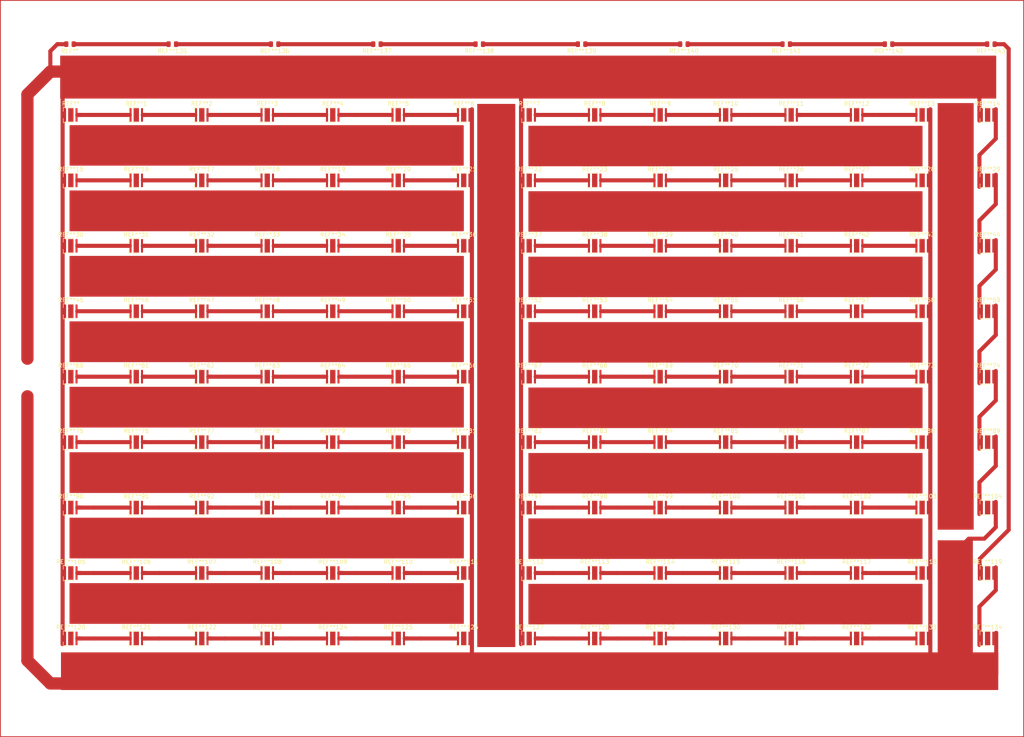
<source format=kicad_pcb>
(kicad_pcb (version 20211014) (generator pcbnew)
  (layers (0 "F.Cu" signal) (31 "B.Cu" signal) (34 "B.Paste" user) (35 "F.Paste" user) (36 "B.SilkS" user "B.Silkscreen") (37 "F.SilkS" user "F.Silkscreen") (38 "B.Mask" user) (39 "F.Mask" user) (44 "Edge.Cuts" user))
  (net 0 "")
  (footprint "LED_SMD:LED_Cree-XHP35" (layer "F.Cu") (at 101.2 56)
    (fp_text reference "REF**19")
    (fp_text value "LED_Cree-XHP35")
  )
  (footprint "LED_SMD:LED_Cree-XHP35" (layer "F.Cu") (at 213.2 56)
    (fp_text reference "REF**26")
    (fp_text value "LED_Cree-XHP35")
  )
  (footprint "LED_SMD:LED_Cree-XHP35" (layer "F.Cu") (at 149.2 136)
    (fp_text reference "REF**97")
    (fp_text value "LED_Cree-XHP35")
  )
  (footprint "LED_SMD:LED_Cree-XHP35" (layer "F.Cu") (at 101.2 120)
    (fp_text reference "REF**79")
    (fp_text value "LED_Cree-XHP35")
  )
  (footprint "LED_SMD:LED_Cree-XHP35" (layer "F.Cu") (at 149.2 152)
    (fp_text reference "REF**112")
    (fp_text value "LED_Cree-XHP35")
  )
  (footprint "LED_SMD:LED_Cree-XHP35" (layer "F.Cu") (at 245.2 168)
    (fp_text reference "REF**133")
    (fp_text value "LED_Cree-XHP35")
  )
  (footprint "LED_SMD:LED_Cree-XHP35" (layer "F.Cu") (at 37.2 40)
    (fp_text reference "REF**")
    (fp_text value "LED_Cree-XHP35")
  )
  (footprint "LED_SMD:LED_Cree-XHP35" (layer "F.Cu") (at 229.2 56)
    (fp_text reference "REF**27")
    (fp_text value "LED_Cree-XHP35")
  )
  (footprint "LED_SMD:LED_Cree-XHP35" (layer "F.Cu") (at 85.2 120)
    (fp_text reference "REF**78")
    (fp_text value "LED_Cree-XHP35")
  )
  (footprint "LED_SMD:LED_Cree-XHP35" (layer "F.Cu") (at 133.2 136)
    (fp_text reference "REF**96")
    (fp_text value "LED_Cree-XHP35")
  )
  (footprint "LED_SMD:LED_Cree-XHP35" (layer "F.Cu") (at 69.2 72)
    (fp_text reference "REF**32")
    (fp_text value "LED_Cree-XHP35")
  )
  (footprint "LED_SMD:LED_Cree-XHP35" (layer "F.Cu") (at 37.2 56)
    (fp_text reference "REF**15")
    (fp_text value "LED_Cree-XHP35")
  )
  (footprint "LED_SMD:LED_Cree-XHP35" (layer "F.Cu") (at 117.2 152)
    (fp_text reference "REF**110")
    (fp_text value "LED_Cree-XHP35")
  )
  (footprint "LED_SMD:LED_Cree-XHP35" (layer "F.Cu") (at 117.2 104)
    (fp_text reference "REF**65")
    (fp_text value "LED_Cree-XHP35")
  )
  (footprint "LED_SMD:LED_Cree-XHP35" (layer "F.Cu") (at 53.2 104)
    (fp_text reference "REF**61")
    (fp_text value "LED_Cree-XHP35")
  )
  (footprint "LED_SMD:LED_Cree-XHP35" (layer "F.Cu") (at 165.2 120)
    (fp_text reference "REF**83")
    (fp_text value "LED_Cree-XHP35")
  )
  (footprint "LED_SMD:LED_Cree-XHP35" (layer "F.Cu") (at 69.2 104)
    (fp_text reference "REF**62")
    (fp_text value "LED_Cree-XHP35")
  )
  (footprint "LED_SMD:LED_Cree-XHP35" (layer "F.Cu") (at 213.2 168)
    (fp_text reference "REF**131")
    (fp_text value "LED_Cree-XHP35")
  )
  (footprint "LED_SMD:LED_Cree-XHP35" (layer "F.Cu") (at 181.2 104)
    (fp_text reference "REF**69")
    (fp_text value "LED_Cree-XHP35")
  )
  (footprint "LED_SMD:LED_Cree-XHP35" (layer "F.Cu") (at 53.2 56)
    (fp_text reference "REF**16")
    (fp_text value "LED_Cree-XHP35")
  )
  (footprint "LED_SMD:LED_Cree-XHP35" (layer "F.Cu") (at 213.2 104)
    (fp_text reference "REF**71")
    (fp_text value "LED_Cree-XHP35")
  )
  (footprint "LED_SMD:LED_Cree-XHP35" (layer "F.Cu") (at 197.2 56)
    (fp_text reference "REF**25")
    (fp_text value "LED_Cree-XHP35")
  )
  (footprint "LED_SMD:LED_Cree-XHP35" (layer "F.Cu") (at 37.2 120)
    (fp_text reference "REF**75")
    (fp_text value "LED_Cree-XHP35")
  )
  (footprint "LED_SMD:LED_Cree-XHP35" (layer "F.Cu") (at 69.2 120)
    (fp_text reference "REF**77")
    (fp_text value "LED_Cree-XHP35")
  )
  (footprint "LED_SMD:LED_Cree-XHP35" (layer "F.Cu") (at 53.2 72)
    (fp_text reference "REF**31")
    (fp_text value "LED_Cree-XHP35")
  )
  (footprint "LED_SMD:LED_Cree-XHP35" (layer "F.Cu") (at 117.2 72)
    (fp_text reference "REF**35")
    (fp_text value "LED_Cree-XHP35")
  )
  (footprint "LED_SMD:LED_Cree-XHP35" (layer "F.Cu") (at 245.2 136)
    (fp_text reference "REF**103")
    (fp_text value "LED_Cree-XHP35")
  )
  (footprint "LED_SMD:LED_Cree-XHP35" (layer "F.Cu") (at 149.2 40)
    (fp_text reference "REF**7")
    (fp_text value "LED_Cree-XHP35")
  )
  (footprint "LED_SMD:LED_Cree-XHP35" (layer "F.Cu") (at 229.2 152)
    (fp_text reference "REF**117")
    (fp_text value "LED_Cree-XHP35")
  )
  (footprint "Resistor_SMD:R_0805_2012Metric" (layer "F.Cu") (at 262 22.7 180)
    (fp_text reference "REF**143")
    (fp_text value "R_0805_2012Metric")
  )
  (footprint "LED_SMD:LED_Cree-XHP35" (layer "F.Cu") (at 245.2 120)
    (fp_text reference "REF**88")
    (fp_text value "LED_Cree-XHP35")
  )
  (footprint "LED_SMD:LED_Cree-XHP35" (layer "F.Cu") (at 133.2 168)
    (fp_text reference "REF**126")
    (fp_text value "LED_Cree-XHP35")
  )
  (footprint "LED_SMD:LED_Cree-XHP35" (layer "F.Cu") (at 261.2 104)
    (fp_text reference "REF**74")
    (fp_text value "LED_Cree-XHP35")
  )
  (footprint "LED_SMD:LED_Cree-XHP35" (layer "F.Cu") (at 165.2 40)
    (fp_text reference "REF**8")
    (fp_text value "LED_Cree-XHP35")
  )
  (footprint "LED_SMD:LED_Cree-XHP35" (layer "F.Cu") (at 181.2 40)
    (fp_text reference "REF**9")
    (fp_text value "LED_Cree-XHP35")
  )
  (footprint "LED_SMD:LED_Cree-XHP35" (layer "F.Cu") (at 101.2 40)
    (fp_text reference "REF**4")
    (fp_text value "LED_Cree-XHP35")
  )
  (footprint "LED_SMD:LED_Cree-XHP35" (layer "F.Cu") (at 213.2 152)
    (fp_text reference "REF**116")
    (fp_text value "LED_Cree-XHP35")
  )
  (footprint "LED_SMD:LED_Cree-XHP35" (layer "F.Cu") (at 117.2 56)
    (fp_text reference "REF**20")
    (fp_text value "LED_Cree-XHP35")
  )
  (footprint "LED_SMD:LED_Cree-XHP35" (layer "F.Cu") (at 101.2 152)
    (fp_text reference "REF**109")
    (fp_text value "LED_Cree-XHP35")
  )
  (footprint "LED_SMD:LED_Cree-XHP35" (layer "F.Cu") (at 245.2 56)
    (fp_text reference "REF**28")
    (fp_text value "LED_Cree-XHP35")
  )
  (footprint "LED_SMD:LED_Cree-XHP35" (layer "F.Cu") (at 181.2 56)
    (fp_text reference "REF**24")
    (fp_text value "LED_Cree-XHP35")
  )
  (footprint "LED_SMD:LED_Cree-XHP35" (layer "F.Cu") (at 165.2 136)
    (fp_text reference "REF**98")
    (fp_text value "LED_Cree-XHP35")
  )
  (footprint "LED_SMD:LED_Cree-XHP35" (layer "F.Cu") (at 229.2 40)
    (fp_text reference "REF**12")
    (fp_text value "LED_Cree-XHP35")
  )
  (footprint "LED_SMD:LED_Cree-XHP35" (layer "F.Cu") (at 53.2 40)
    (fp_text reference "REF**1")
    (fp_text value "LED_Cree-XHP35")
  )
  (footprint "LED_SMD:LED_Cree-XHP35" (layer "F.Cu") (at 133.2 120)
    (fp_text reference "REF**81")
    (fp_text value "LED_Cree-XHP35")
  )
  (footprint "LED_SMD:LED_Cree-XHP35" (layer "F.Cu") (at 101.2 88)
    (fp_text reference "REF**49")
    (fp_text value "LED_Cree-XHP35")
  )
  (footprint "LED_SMD:LED_Cree-XHP35" (layer "F.Cu") (at 149.2 120)
    (fp_text reference "REF**82")
    (fp_text value "LED_Cree-XHP35")
  )
  (footprint "LED_SMD:LED_Cree-XHP35" (layer "F.Cu") (at 53.2 168)
    (fp_text reference "REF**121")
    (fp_text value "LED_Cree-XHP35")
  )
  (footprint "LED_SMD:LED_Cree-XHP35" (layer "F.Cu") (at 101.2 104)
    (fp_text reference "REF**64")
    (fp_text value "LED_Cree-XHP35")
  )
  (footprint "LED_SMD:LED_Cree-XHP35" (layer "F.Cu") (at 197.2 120)
    (fp_text reference "REF**85")
    (fp_text value "LED_Cree-XHP35")
  )
  (footprint "LED_SMD:LED_Cree-XHP35" (layer "F.Cu") (at 53.2 136)
    (fp_text reference "REF**91")
    (fp_text value "LED_Cree-XHP35")
  )
  (footprint "Resistor_SMD:R_0805_2012Metric" (layer "F.Cu") (at 187 22.7 180)
    (fp_text reference "REF**140")
    (fp_text value "R_0805_2012Metric")
  )
  (footprint "Resistor_SMD:R_0805_2012Metric" (layer "F.Cu") (at 37 22.7 180)
    (fp_text reference "REF**")
    (fp_text value "R_0805_2012Metric")
  )
  (footprint "LED_SMD:LED_Cree-XHP35" (layer "F.Cu") (at 69.2 136)
    (fp_text reference "REF**92")
    (fp_text value "LED_Cree-XHP35")
  )
  (footprint "LED_SMD:LED_Cree-XHP35" (layer "F.Cu") (at 85.2 136)
    (fp_text reference "REF**93")
    (fp_text value "LED_Cree-XHP35")
  )
  (footprint "LED_SMD:LED_Cree-XHP35" (layer "F.Cu") (at 101.2 168)
    (fp_text reference "REF**124")
    (fp_text value "LED_Cree-XHP35")
  )
  (footprint "LED_SMD:LED_Cree-XHP35" (layer "F.Cu") (at 133.2 104)
    (fp_text reference "REF**66")
    (fp_text value "LED_Cree-XHP35")
  )
  (footprint "LED_SMD:LED_Cree-XHP35" (layer "F.Cu") (at 181.2 136)
    (fp_text reference "REF**99")
    (fp_text value "LED_Cree-XHP35")
  )
  (footprint "LED_SMD:LED_Cree-XHP35" (layer "F.Cu") (at 69.2 168)
    (fp_text reference "REF**122")
    (fp_text value "LED_Cree-XHP35")
  )
  (footprint "Resistor_SMD:R_0805_2012Metric" (layer "F.Cu") (at 62 22.7 180)
    (fp_text reference "REF**135")
    (fp_text value "R_0805_2012Metric")
  )
  (footprint "LED_SMD:LED_Cree-XHP35" (layer "F.Cu") (at 229.2 72)
    (fp_text reference "REF**42")
    (fp_text value "LED_Cree-XHP35")
  )
  (footprint "LED_SMD:LED_Cree-XHP35" (layer "F.Cu") (at 213.2 72)
    (fp_text reference "REF**41")
    (fp_text value "LED_Cree-XHP35")
  )
  (footprint "LED_SMD:LED_Cree-XHP35" (layer "F.Cu") (at 37.2 136)
    (fp_text reference "REF**90")
    (fp_text value "LED_Cree-XHP35")
  )
  (footprint "LED_SMD:LED_Cree-XHP35" (layer "F.Cu") (at 181.2 88)
    (fp_text reference "REF**54")
    (fp_text value "LED_Cree-XHP35")
  )
  (footprint "LED_SMD:LED_Cree-XHP35" (layer "F.Cu") (at 37.2 168)
    (fp_text reference "REF**120")
    (fp_text value "LED_Cree-XHP35")
  )
  (footprint "LED_SMD:LED_Cree-XHP35" (layer "F.Cu") (at 229.2 120)
    (fp_text reference "REF**87")
    (fp_text value "LED_Cree-XHP35")
  )
  (footprint "LED_SMD:LED_Cree-XHP35" (layer "F.Cu") (at 101.2 72)
    (fp_text reference "REF**34")
    (fp_text value "LED_Cree-XHP35")
  )
  (footprint "LED_SMD:LED_Cree-XHP35" (layer "F.Cu") (at 117.2 168)
    (fp_text reference "REF**125")
    (fp_text value "LED_Cree-XHP35")
  )
  (footprint "LED_SMD:LED_Cree-XHP35" (layer "F.Cu") (at 85.2 56)
    (fp_text reference "REF**18")
    (fp_text value "LED_Cree-XHP35")
  )
  (footprint "LED_SMD:LED_Cree-XHP35" (layer "F.Cu") (at 181.2 72)
    (fp_text reference "REF**39")
    (fp_text value "LED_Cree-XHP35")
  )
  (footprint "LED_SMD:LED_Cree-XHP35" (layer "F.Cu") (at 165.2 104)
    (fp_text reference "REF**68")
    (fp_text value "LED_Cree-XHP35")
  )
  (footprint "LED_SMD:LED_Cree-XHP35" (layer "F.Cu") (at 245.2 88)
    (fp_text reference "REF**58")
    (fp_text value "LED_Cree-XHP35")
  )
  (footprint "LED_SMD:LED_Cree-XHP35" (layer "F.Cu") (at 85.2 72)
    (fp_text reference "REF**33")
    (fp_text value "LED_Cree-XHP35")
  )
  (footprint "LED_SMD:LED_Cree-XHP35" (layer "F.Cu") (at 229.2 88)
    (fp_text reference "REF**57")
    (fp_text value "LED_Cree-XHP35")
  )
  (footprint "LED_SMD:LED_Cree-XHP35" (layer "F.Cu") (at 261.2 72)
    (fp_text reference "REF**44")
    (fp_text value "LED_Cree-XHP35")
  )
  (footprint "LED_SMD:LED_Cree-XHP35" (layer "F.Cu") (at 165.2 72)
    (fp_text reference "REF**38")
    (fp_text value "LED_Cree-XHP35")
  )
  (footprint "Resistor_SMD:R_0805_2012Metric" (layer "F.Cu") (at 87 22.7 180)
    (fp_text reference "REF**136")
    (fp_text value "R_0805_2012Metric")
  )
  (footprint "LED_SMD:LED_Cree-XHP35" (layer "F.Cu") (at 165.2 88)
    (fp_text reference "REF**53")
    (fp_text value "LED_Cree-XHP35")
  )
  (footprint "LED_SMD:LED_Cree-XHP35" (layer "F.Cu") (at 37.2 88)
    (fp_text reference "REF**45")
    (fp_text value "LED_Cree-XHP35")
  )
  (footprint "LED_SMD:LED_Cree-XHP35" (layer "F.Cu") (at 165.2 152)
    (fp_text reference "REF**113")
    (fp_text value "LED_Cree-XHP35")
  )
  (footprint "LED_SMD:LED_Cree-XHP35" (layer "F.Cu") (at 37.2 152)
    (fp_text reference "REF**105")
    (fp_text value "LED_Cree-XHP35")
  )
  (footprint "LED_SMD:LED_Cree-XHP35" (layer "F.Cu") (at 117.2 120)
    (fp_text reference "REF**80")
    (fp_text value "LED_Cree-XHP35")
  )
  (footprint "LED_SMD:LED_Cree-XHP35" (layer "F.Cu") (at 85.2 152)
    (fp_text reference "REF**108")
    (fp_text value "LED_Cree-XHP35")
  )
  (footprint "LED_SMD:LED_Cree-XHP35" (layer "F.Cu") (at 53.2 120)
    (fp_text reference "REF**76")
    (fp_text value "LED_Cree-XHP35")
  )
  (footprint "LED_SMD:LED_Cree-XHP35" (layer "F.Cu") (at 85.2 88)
    (fp_text reference "REF**48")
    (fp_text value "LED_Cree-XHP35")
  )
  (footprint "LED_SMD:LED_Cree-XHP35" (layer "F.Cu") (at 213.2 136)
    (fp_text reference "REF**101")
    (fp_text value "LED_Cree-XHP35")
  )
  (footprint "LED_SMD:LED_Cree-XHP35" (layer "F.Cu") (at 261.2 56)
    (fp_text reference "REF**29")
    (fp_text value "LED_Cree-XHP35")
  )
  (footprint "LED_SMD:LED_Cree-XHP35" (layer "F.Cu") (at 53.2 88)
    (fp_text reference "REF**46")
    (fp_text value "LED_Cree-XHP35")
  )
  (footprint "LED_SMD:LED_Cree-XHP35" (layer "F.Cu") (at 133.2 152)
    (fp_text reference "REF**111")
    (fp_text value "LED_Cree-XHP35")
  )
  (footprint "LED_SMD:LED_Cree-XHP35" (layer "F.Cu") (at 197.2 168)
    (fp_text reference "REF**130")
    (fp_text value "LED_Cree-XHP35")
  )
  (footprint "LED_SMD:LED_Cree-XHP35" (layer "F.Cu") (at 69.2 152)
    (fp_text reference "REF**107")
    (fp_text value "LED_Cree-XHP35")
  )
  (footprint "LED_SMD:LED_Cree-XHP35" (layer "F.Cu") (at 69.2 40)
    (fp_text reference "REF**2")
    (fp_text value "LED_Cree-XHP35")
  )
  (footprint "LED_SMD:LED_Cree-XHP35" (layer "F.Cu") (at 69.2 88)
    (fp_text reference "REF**47")
    (fp_text value "LED_Cree-XHP35")
  )
  (footprint "LED_SMD:LED_Cree-XHP35" (layer "F.Cu") (at 149.2 56)
    (fp_text reference "REF**22")
    (fp_text value "LED_Cree-XHP35")
  )
  (footprint "LED_SMD:LED_Cree-XHP35" (layer "F.Cu") (at 261.2 136)
    (fp_text reference "REF**104")
    (fp_text value "LED_Cree-XHP35")
  )
  (footprint "LED_SMD:LED_Cree-XHP35" (layer "F.Cu") (at 85.2 104)
    (fp_text reference "REF**63")
    (fp_text value "LED_Cree-XHP35")
  )
  (footprint "Resistor_SMD:R_0805_2012Metric" (layer "F.Cu") (at 162 22.7 180)
    (fp_text reference "REF**139")
    (fp_text value "R_0805_2012Metric")
  )
  (footprint "LED_SMD:LED_Cree-XHP35" (layer "F.Cu") (at 245.2 72)
    (fp_text reference "REF**43")
    (fp_text value "LED_Cree-XHP35")
  )
  (footprint "LED_SMD:LED_Cree-XHP35" (layer "F.Cu") (at 245.2 152)
    (fp_text reference "REF**118")
    (fp_text value "LED_Cree-XHP35")
  )
  (footprint "LED_SMD:LED_Cree-XHP35" (layer "F.Cu") (at 133.2 72)
    (fp_text reference "REF**36")
    (fp_text value "LED_Cree-XHP35")
  )
  (footprint "LED_SMD:LED_Cree-XHP35" (layer "F.Cu") (at 53.2 152)
    (fp_text reference "REF**106")
    (fp_text value "LED_Cree-XHP35")
  )
  (footprint "LED_SMD:LED_Cree-XHP35" (layer "F.Cu") (at 261.2 120)
    (fp_text reference "REF**89")
    (fp_text value "LED_Cree-XHP35")
  )
  (footprint "LED_SMD:LED_Cree-XHP35" (layer "F.Cu") (at 149.2 168)
    (fp_text reference "REF**127")
    (fp_text value "LED_Cree-XHP35")
  )
  (footprint "LED_SMD:LED_Cree-XHP35" (layer "F.Cu") (at 229.2 168)
    (fp_text reference "REF**132")
    (fp_text value "LED_Cree-XHP35")
  )
  (footprint "LED_SMD:LED_Cree-XHP35" (layer "F.Cu") (at 117.2 40)
    (fp_text reference "REF**5")
    (fp_text value "LED_Cree-XHP35")
  )
  (footprint "LED_SMD:LED_Cree-XHP35" (layer "F.Cu") (at 197.2 40)
    (fp_text reference "REF**10")
    (fp_text value "LED_Cree-XHP35")
  )
  (footprint "LED_SMD:LED_Cree-XHP35" (layer "F.Cu") (at 133.2 56)
    (fp_text reference "REF**21")
    (fp_text value "LED_Cree-XHP35")
  )
  (footprint "LED_SMD:LED_Cree-XHP35" (layer "F.Cu") (at 261.2 40)
    (fp_text reference "REF**14")
    (fp_text value "LED_Cree-XHP35")
  )
  (footprint "LED_SMD:LED_Cree-XHP35" (layer "F.Cu") (at 229.2 136)
    (fp_text reference "REF**102")
    (fp_text value "LED_Cree-XHP35")
  )
  (footprint "LED_SMD:LED_Cree-XHP35" (layer "F.Cu") (at 37.2 72)
    (fp_text reference "REF**30")
    (fp_text value "LED_Cree-XHP35")
  )
  (footprint "LED_SMD:LED_Cree-XHP35" (layer "F.Cu") (at 197.2 136)
    (fp_text reference "REF**100")
    (fp_text value "LED_Cree-XHP35")
  )
  (footprint "LED_SMD:LED_Cree-XHP35" (layer "F.Cu") (at 229.2 104)
    (fp_text reference "REF**72")
    (fp_text value "LED_Cree-XHP35")
  )
  (footprint "LED_SMD:LED_Cree-XHP35" (layer "F.Cu") (at 261.2 88)
    (fp_text reference "REF**59")
    (fp_text value "LED_Cree-XHP35")
  )
  (footprint "LED_SMD:LED_Cree-XHP35" (layer "F.Cu") (at 149.2 72)
    (fp_text reference "REF**37")
    (fp_text value "LED_Cree-XHP35")
  )
  (footprint "LED_SMD:LED_Cree-XHP35" (layer "F.Cu") (at 245.2 104)
    (fp_text reference "REF**73")
    (fp_text value "LED_Cree-XHP35")
  )
  (footprint "LED_SMD:LED_Cree-XHP35" (layer "F.Cu") (at 133.2 40)
    (fp_text reference "REF**6")
    (fp_text value "LED_Cree-XHP35")
  )
  (footprint "Resistor_SMD:R_0805_2012Metric" (layer "F.Cu") (at 212 22.7 180)
    (fp_text reference "REF**141")
    (fp_text value "R_0805_2012Metric")
  )
  (footprint "LED_SMD:LED_Cree-XHP35" (layer "F.Cu") (at 37.2 104)
    (fp_text reference "REF**60")
    (fp_text value "LED_Cree-XHP35")
  )
  (footprint "LED_SMD:LED_Cree-XHP35" (layer "F.Cu") (at 181.2 168)
    (fp_text reference "REF**129")
    (fp_text value "LED_Cree-XHP35")
  )
  (footprint "LED_SMD:LED_Cree-XHP35" (layer "F.Cu") (at 181.2 152)
    (fp_text reference "REF**114")
    (fp_text value "LED_Cree-XHP35")
  )
  (footprint "Resistor_SMD:R_0805_2012Metric" (layer "F.Cu") (at 112 22.7 180)
    (fp_text reference "REF**137")
    (fp_text value "R_0805_2012Metric")
  )
  (footprint "LED_SMD:LED_Cree-XHP35" (layer "F.Cu") (at 69.2 56)
    (fp_text reference "REF**17")
    (fp_text value "LED_Cree-XHP35")
  )
  (footprint "LED_SMD:LED_Cree-XHP35" (layer "F.Cu") (at 149.2 88)
    (fp_text reference "REF**52")
    (fp_text value "LED_Cree-XHP35")
  )
  (footprint "LED_SMD:LED_Cree-XHP35" (layer "F.Cu") (at 149.2 104)
    (fp_text reference "REF**67")
    (fp_text value "LED_Cree-XHP35")
  )
  (footprint "LED_SMD:LED_Cree-XHP35" (layer "F.Cu") (at 85.2 40)
    (fp_text reference "REF**3")
    (fp_text value "LED_Cree-XHP35")
  )
  (footprint "LED_SMD:LED_Cree-XHP35" (layer "F.Cu") (at 197.2 88)
    (fp_text reference "REF**55")
    (fp_text value "LED_Cree-XHP35")
  )
  (footprint "LED_SMD:LED_Cree-XHP35" (layer "F.Cu") (at 165.2 168)
    (fp_text reference "REF**128")
    (fp_text value "LED_Cree-XHP35")
  )
  (footprint "LED_SMD:LED_Cree-XHP35" (layer "F.Cu") (at 117.2 88)
    (fp_text reference "REF**50")
    (fp_text value "LED_Cree-XHP35")
  )
  (footprint "LED_SMD:LED_Cree-XHP35" (layer "F.Cu") (at 213.2 40)
    (fp_text reference "REF**11")
    (fp_text value "LED_Cree-XHP35")
  )
  (footprint "LED_SMD:LED_Cree-XHP35" (layer "F.Cu") (at 213.2 88)
    (fp_text reference "REF**56")
    (fp_text value "LED_Cree-XHP35")
  )
  (footprint "Resistor_SMD:R_0805_2012Metric" (layer "F.Cu") (at 237 22.7 180)
    (fp_text reference "REF**142")
    (fp_text value "R_0805_2012Metric")
  )
  (footprint "LED_SMD:LED_Cree-XHP35" (layer "F.Cu") (at 213.2 120)
    (fp_text reference "REF**86")
    (fp_text value "LED_Cree-XHP35")
  )
  (footprint "LED_SMD:LED_Cree-XHP35" (layer "F.Cu") (at 261.2 152)
    (fp_text reference "REF**119")
    (fp_text value "LED_Cree-XHP35")
  )
  (footprint "LED_SMD:LED_Cree-XHP35" (layer "F.Cu") (at 197.2 152)
    (fp_text reference "REF**115")
    (fp_text value "LED_Cree-XHP35")
  )
  (footprint "LED_SMD:LED_Cree-XHP35" (layer "F.Cu") (at 101.2 136)
    (fp_text reference "REF**94")
    (fp_text value "LED_Cree-XHP35")
  )
  (footprint "LED_SMD:LED_Cree-XHP35" (layer "F.Cu") (at 117.2 136)
    (fp_text reference "REF**95")
    (fp_text value "LED_Cree-XHP35")
  )
  (footprint "LED_SMD:LED_Cree-XHP35" (layer "F.Cu") (at 85.2 168)
    (fp_text reference "REF**123")
    (fp_text value "LED_Cree-XHP35")
  )
  (footprint "LED_SMD:LED_Cree-XHP35" (layer "F.Cu") (at 165.2 56)
    (fp_text reference "REF**23")
    (fp_text value "LED_Cree-XHP35")
  )
  (footprint "LED_SMD:LED_Cree-XHP35" (layer "F.Cu") (at 197.2 104)
    (fp_text reference "REF**70")
    (fp_text value "LED_Cree-XHP35")
  )
  (footprint "Resistor_SMD:R_0805_2012Metric" (layer "F.Cu") (at 137 22.7 180)
    (fp_text reference "REF**138")
    (fp_text value "R_0805_2012Metric")
  )
  (footprint "LED_SMD:LED_Cree-XHP35" (layer "F.Cu") (at 261.2 168)
    (fp_text reference "REF**134")
    (fp_text value "LED_Cree-XHP35")
  )
  (footprint "LED_SMD:LED_Cree-XHP35" (layer "F.Cu") (at 181.2 120)
    (fp_text reference "REF**84")
    (fp_text value "LED_Cree-XHP35")
  )
  (footprint "LED_SMD:LED_Cree-XHP35" (layer "F.Cu") (at 133.2 88)
    (fp_text reference "REF**51")
    (fp_text value "LED_Cree-XHP35")
  )
  (footprint "LED_SMD:LED_Cree-XHP35" (layer "F.Cu") (at 245.2 40)
    (fp_text reference "REF**13")
    (fp_text value "LED_Cree-XHP35")
  )
  (footprint "LED_SMD:LED_Cree-XHP35" (layer "F.Cu") (at 197.2 72)
    (fp_text reference "REF**40")
    (fp_text value "LED_Cree-XHP35")
  )
  (gr_rect (start 149.1 90.75) (end 245.2 100.45) (layer "F.Cu") (width 0.2) (fill solid))
  (gr_rect (start 136.6 37.4) (end 145.7 170) (layer "F.Cu") (width 0.2) (fill solid))
  (gr_rect (start 149.1 58.75) (end 245.2 68.45) (layer "F.Cu") (width 0.2) (fill solid))
  (gr_rect (start 37 106.6) (end 133.1 116.3) (layer "F.Cu") (width 0.2) (fill solid))
  (gr_rect (start 37 74.6) (end 133.1 84.3) (layer "F.Cu") (width 0.2) (fill none))
  (gr_rect (start 37 90.6) (end 133.1 100.3) (layer "F.Cu") (width 0.2) (fill solid))
  (gr_rect (start 37 58.6) (end 133.1 68.3) (layer "F.Cu") (width 0.2) (fill solid))
  (gr_rect (start 149.1 42.75) (end 245.2 52.45) (layer "F.Cu") (width 0.2) (fill solid))
  (gr_rect (start 34.7 25.6) (end 263.2 35.9) (layer "F.Cu") (width 0.2) (fill solid))
  (gr_rect (start 34.9 171.5) (end 263.7 180.5) (layer "F.Cu") (width 0.2) (fill solid))
  (gr_rect (start 37 122.6) (end 133.1 132.3) (layer "F.Cu") (width 0.2) (fill solid))
  (gr_rect (start 249.1 37.2) (end 257.7 141.3) (layer "F.Cu") (width 0.2) (fill solid))
  (gr_rect (start 37 122.6) (end 133.1 132.3) (layer "F.Cu") (width 0.2) (fill none))
  (gr_rect (start 149.1 122.75) (end 245.2 132.45) (layer "F.Cu") (width 0.2) (fill solid))
  (gr_rect (start 37 138.6) (end 133.1 148.3) (layer "F.Cu") (width 0.2) (fill solid))
  (gr_rect (start 149.1 74.75) (end 245.2 84.45) (layer "F.Cu") (width 0.2) (fill solid))
  (gr_rect (start 37 154.6) (end 133.1 164.3) (layer "F.Cu") (width 0.2) (fill solid))
  (gr_rect (start 37 90.6) (end 133.1 100.3) (layer "F.Cu") (width 0.2) (fill none))
  (gr_rect (start 249.1 144.1) (end 257.5 171.9) (layer "F.Cu") (width 0.2) (fill solid))
  (gr_rect (start 20 12) (end 270 192) (layer "F.Cu") (width 0.2) (fill none))
  (gr_rect (start 149.1 138.75) (end 245.2 148.45) (layer "F.Cu") (width 0.2) (fill solid))
  (gr_rect (start 37 106.6) (end 133.1 116.3) (layer "F.Cu") (width 0.2) (fill none))
  (gr_rect (start 37 138.6) (end 133.1 148.3) (layer "F.Cu") (width 0.2) (fill none))
  (gr_rect (start 37 74.6) (end 133.1 84.3) (layer "F.Cu") (width 0.2) (fill solid))
  (gr_rect (start 149.1 154.75) (end 245.2 164.45) (layer "F.Cu") (width 0.2) (fill solid))
  (gr_rect (start 37 154.6) (end 133.1 164.3) (layer "F.Cu") (width 0.2) (fill none))
  (gr_rect (start 149.1 106.75) (end 245.2 116.45) (layer "F.Cu") (width 0.2) (fill solid))
  (gr_rect (start 37 58.6) (end 133.1 68.3) (layer "F.Cu") (width 0.2) (fill none))
  (gr_rect (start 37 42.6) (end 133.1 52.3) (layer "F.Cu") (width 0.2) (fill solid))
  (segment (start 230.8 168) (end 234.8 168) (width 1) (layer "F.Cu") (net 0))
  (segment (start 218.8 56) (end 227.6 56) (width 1) (layer "F.Cu") (net 0))
  (segment (start 231.6 168) (end 230.8 168) (width 1) (layer "F.Cu") (net 0))
  (segment (start 215.6 152) (end 214.8 152) (width 1) (layer "F.Cu") (net 0))
  (segment (start 119.6 104) (end 118.8 104) (width 1) (layer "F.Cu") (net 0))
  (segment (start 106.8 72) (end 115.6 72) (width 1) (layer "F.Cu") (net 0))
  (segment (start 35.2 29.8) (end 34.8 29.4) (width 1) (layer "F.Cu") (net 0))
  (segment (start 265.2 22.7) (end 262.9125 22.7) (width 1) (layer "F.Cu") (net 0))
  (segment (start 87.6 72) (end 86.8 72) (width 1) (layer "F.Cu") (net 0))
  (segment (start 122.8 104) (end 131.6 104) (width 1) (layer "F.Cu") (net 0))
  (segment (start 70.8 120) (end 74.8 120) (width 1) (layer "F.Cu") (net 0))
  (segment (start 234.8 168) (end 243.6 168) (width 1) (layer "F.Cu") (net 0))
  (segment (start 86.8 88) (end 90.8 88) (width 1) (layer "F.Cu") (net 0))
  (segment (start 199.6 88) (end 198.8 88) (width 1) (layer "F.Cu") (net 0))
  (segment (start 230.8 120) (end 234.8 120) (width 1) (layer "F.Cu") (net 0))
  (segment (start 102.8 56) (end 106.8 56) (width 1) (layer "F.Cu") (net 0))
  (segment (start 263.2 77.8) (end 259.2 81.8) (width 1) (layer "F.Cu") (net 0))
  (segment (start 183.6 72) (end 182.8 72) (width 1) (layer "F.Cu") (net 0))
  (segment (start 231.6 136) (end 230.8 136) (width 1) (layer "F.Cu") (net 0))
  (segment (start 183.6 40) (end 182.8 40) (width 1) (layer "F.Cu") (net 0))
  (segment (start 42.8 152) (end 51.6 152) (width 1) (layer "F.Cu") (net 0))
  (segment (start 58.8 104) (end 67.6 104) (width 1) (layer "F.Cu") (net 0))
  (segment (start 256.6 143.6) (end 252.6 147.6) (width 1) (layer "F.Cu") (net 0))
  (segment (start 39.6 88) (end 38.8 88) (width 1) (layer "F.Cu") (net 0))
  (segment (start 103.6 152) (end 102.8 152) (width 1) (layer "F.Cu") (net 0))
  (segment (start 42.8 120) (end 51.6 120) (width 1) (layer "F.Cu") (net 0))
  (segment (start 135.2 178.2) (end 136 179) (width 1) (layer "F.Cu") (net 0))
  (segment (start 259.2 97.8) (end 259.2 105.6) (width 1) (layer "F.Cu") (net 0))
  (segment (start 218.8 40) (end 227.6 40) (width 1) (layer "F.Cu") (net 0))
  (segment (start 58.8 152) (end 67.6 152) (width 1) (layer "F.Cu") (net 0))
  (segment (start 263.2 134.6) (end 263.2 140.8) (width 1) (layer "F.Cu") (net 0))
  (segment (start 87.6 168) (end 86.8 168) (width 1) (layer "F.Cu") (net 0))
  (segment (start 71.6 152) (end 70.8 152) (width 1) (layer "F.Cu") (net 0))
  (segment (start 26.6 173.399999) (end 32.200002 179.000001) (width 3) (layer "F.Cu") (net 0))
  (segment (start 55.6 104) (end 54.8 104) (width 1) (layer "F.Cu") (net 0))
  (segment (start 187.9125 22.7) (end 211.0875 22.7) (width 1) (layer "F.Cu") (net 0))
  (segment (start 118.8 56) (end 122.8 56) (width 1) (layer "F.Cu") (net 0))
  (segment (start 259.3 153.4) (end 259.3 148.5) (width 1) (layer "F.Cu") (net 0))
  (segment (start 90.8 72) (end 99.6 72) (width 1) (layer "F.Cu") (net 0))
  (segment (start 182.8 56) (end 186.8 56) (width 1) (layer "F.Cu") (net 0))
  (segment (start 199.6 40) (end 198.8 40) (width 1) (layer "F.Cu") (net 0))
  (segment (start 252.6 147.6) (end 252.6 178.2) (width 1) (layer "F.Cu") (net 0))
  (segment (start 202.8 168) (end 211.6 168) (width 1) (layer "F.Cu") (net 0))
  (segment (start 119.6 152) (end 118.8 152) (width 1) (layer "F.Cu") (net 0))
  (segment (start 150.8 168) (end 154.8 168) (width 1) (layer "F.Cu") (net 0))
  (segment (start 122.8 88) (end 131.6 88) (width 1) (layer "F.Cu") (net 0))
  (segment (start 135.2 38.6) (end 135.2 178.2) (width 1) (layer "F.Cu") (net 0))
  (segment (start 54.8 40) (end 58.8 40) (width 1) (layer "F.Cu") (net 0))
  (segment (start 263.2 140.8) (end 260.4 143.6) (width 1) (layer "F.Cu") (net 0))
  (segment (start 182.8 120) (end 186.8 120) (width 1) (layer "F.Cu") (net 0))
  (segment (start 259.3 148.5) (end 266.35 141.45) (width 1) (layer "F.Cu") (net 0))
  (segment (start 87.6 104) (end 86.8 104) (width 1) (layer "F.Cu") (net 0))
  (segment (start 70.8 88) (end 74.8 88) (width 1) (layer "F.Cu") (net 0))
  (segment (start 42.8 40) (end 51.6 40) (width 1) (layer "F.Cu") (net 0))
  (segment (start 106.8 40) (end 115.6 40) (width 1) (layer "F.Cu") (net 0))
  (segment (start 87.6 40) (end 86.8 40) (width 1) (layer "F.Cu") (net 0))
  (segment (start 119.6 40) (end 118.8 40) (width 1) (layer "F.Cu") (net 0))
  (segment (start 74.8 88) (end 83.6 88) (width 1) (layer "F.Cu") (net 0))
  (segment (start 87.6 88) (end 86.8 88) (width 1) (layer "F.Cu") (net 0))
  (segment (start 103.6 168) (end 102.8 168) (width 1) (layer "F.Cu") (net 0))
  (segment (start 154.8 104) (end 163.6 104) (width 1) (layer "F.Cu") (net 0))
  (segment (start 102.8 120) (end 106.8 120) (width 1) (layer "F.Cu") (net 0))
  (segment (start 154.8 40) (end 163.6 40) (width 1) (layer "F.Cu") (net 0))
  (segment (start 106.8 168) (end 115.6 168) (width 1) (layer "F.Cu") (net 0))
  (segment (start 186.8 104) (end 195.6 104) (width 1) (layer "F.Cu") (net 0))
  (segment (start 55.6 152) (end 54.8 152) (width 1) (layer "F.Cu") (net 0))
  (segment (start 86.8 152) (end 90.8 152) (width 1) (layer "F.Cu") (net 0))
  (segment (start 150.8 72) (end 154.8 72) (width 1) (layer "F.Cu") (net 0))
  (segment (start 215.6 56) (end 214.8 56) (width 1) (layer "F.Cu") (net 0))
  (segment (start 167.6 72) (end 166.8 72) (width 1) (layer "F.Cu") (net 0))
  (segment (start 199.6 136) (end 198.8 136) (width 1) (layer "F.Cu") (net 0))
  (segment (start 170.8 88) (end 179.6 88) (width 1) (layer "F.Cu") (net 0))
  (segment (start 102.8 152) (end 106.8 152) (width 1) (layer "F.Cu") (net 0))
  (segment (start 231.6 40) (end 230.8 40) (width 1) (layer "F.Cu") (net 0))
  (segment (start 214.8 56) (end 218.8 56) (width 1) (layer "F.Cu") (net 0))
  (segment (start 71.6 40) (end 70.8 40) (width 1) (layer "F.Cu") (net 0))
  (segment (start 234.8 40) (end 243.6 40) (width 1) (layer "F.Cu") (net 0))
  (segment (start 230.8 72) (end 234.8 72) (width 1) (layer "F.Cu") (net 0))
  (segment (start 182.8 104) (end 186.8 104) (width 1) (layer "F.Cu") (net 0))
  (segment (start 167.6 120) (end 166.8 120) (width 1) (layer "F.Cu") (net 0))
  (segment (start 74.8 72) (end 83.6 72) (width 1) (layer "F.Cu") (net 0))
  (segment (start 54.8 120) (end 58.8 120) (width 1) (layer "F.Cu") (net 0))
  (segment (start 218.8 72) (end 227.6 72) (width 1) (layer "F.Cu") (net 0))
  (segment (start 32.2 29.4) (end 32.2 24.4) (width 1) (layer "F.Cu") (net 0))
  (segment (start 102.8 88) (end 106.8 88) (width 1) (layer "F.Cu") (net 0))
  (segment (start 234.8 152) (end 243.6 152) (width 1) (layer "F.Cu") (net 0))
  (segment (start 218.8 168) (end 227.6 168) (width 1) (layer "F.Cu") (net 0))
  (segment (start 259.2 81.8) (end 259.2 89.6) (width 1) (layer "F.Cu") (net 0))
  (segment (start 122.8 136) (end 131.6 136) (width 1) (layer "F.Cu") (net 0))
  (segment (start 154.8 168) (end 163.6 168) (width 1) (layer "F.Cu") (net 0))
  (segment (start 154.8 152) (end 163.6 152) (width 1) (layer "F.Cu") (net 0))
  (segment (start 170.8 152) (end 179.6 152) (width 1) (layer "F.Cu") (net 0))
  (segment (start 263.2 125.8) (end 259.2 129.8) (width 1) (layer "F.Cu") (net 0))
  (segment (start 170.8 136) (end 179.6 136) (width 1) (layer "F.Cu") (net 0))
  (segment (start 55.6 88) (end 54.8 88) (width 1) (layer "F.Cu") (net 0))
  (segment (start 106.8 88) (end 115.6 88) (width 1) (layer "F.Cu") (net 0))
  (segment (start 237.9125 22.7) (end 261.0875 22.7) (width 1) (layer "F.Cu") (net 0))
  (segment (start 151.6 168) (end 150.8 168) (width 1) (layer "F.Cu") (net 0))
  (segment (start 55.6 72) (end 54.8 72) (width 1) (layer "F.Cu") (net 0))
  (segment (start 122.8 40) (end 131.6 40) (width 1) (layer "F.Cu") (net 0))
  (segment (start 198.8 72) (end 202.8 72) (width 1) (layer "F.Cu") (net 0))
  (segment (start 150.8 56) (end 154.8 56) (width 1) (layer "F.Cu") (net 0))
  (segment (start 151.6 88) (end 150.8 88) (width 1) (layer "F.Cu") (net 0))
  (segment (start 103.6 104) (end 102.8 104) (width 1) (layer "F.Cu") (net 0))
  (segment (start 34.8 29.4) (end 146.8 29.4) (width 3) (layer "F.Cu") (net 0))
  (segment (start 218.8 104) (end 227.6 104) (width 1) (layer "F.Cu") (net 0))
  (segment (start 151.6 40) (end 150.8 40) (width 1) (layer "F.Cu") (net 0))
  (segment (start 71.6 104) (end 70.8 104) (width 1) (layer "F.Cu") (net 0))
  (segment (start 103.6 40) (end 102.8 40) (width 1) (layer "F.Cu") (net 0))
  (segment (start 166.8 72) (end 170.8 72) (width 1) (layer "F.Cu") (net 0))
  (segment (start 186.8 120) (end 195.6 120) (width 1) (layer "F.Cu") (net 0))
  (segment (start 151.6 136) (end 150.8 136) (width 1) (layer "F.Cu") (net 0))
  (segment (start 122.8 56) (end 131.6 56) (width 1) (layer "F.Cu") (net 0))
  (segment (start 102.8 40) (end 106.8 40) (width 1) (layer "F.Cu") (net 0))
  (segment (start 182.8 152) (end 186.8 152) (width 1) (layer "F.Cu") (net 0))
  (segment (start 214.8 168) (end 218.8 168) (width 1) (layer "F.Cu") (net 0))
  (segment (start 74.8 120) (end 83.6 120) (width 1) (layer "F.Cu") (net 0))
  (segment (start 167.6 56) (end 166.8 56) (width 1) (layer "F.Cu") (net 0))
  (segment (start 86.8 40) (end 90.8 40) (width 1) (layer "F.Cu") (net 0))
  (segment (start 202.8 152) (end 211.6 152) (width 1) (layer "F.Cu") (net 0))
  (segment (start 58.8 88) (end 67.6 88) (width 1) (layer "F.Cu") (net 0))
  (segment (start 230.8 88) (end 234.8 88) (width 1) (layer "F.Cu") (net 0))
  (segment (start 234.8 120) (end 243.6 120) (width 1) (layer "F.Cu") (net 0))
  (segment (start 150.8 120) (end 154.8 120) (width 1) (layer "F.Cu") (net 0))
  (segment (start 39.6 120) (end 38.8 120) (width 1) (layer "F.Cu") (net 0))
  (segment (start 54.8 152) (end 58.8 152) (width 1) (layer "F.Cu") (net 0))
  (segment (start 102.8 168) (end 106.8 168) (width 1) (layer "F.Cu") (net 0))
  (segment (start 167.6 104) (end 166.8 104) (width 1) (layer "F.Cu") (net 0))
  (segment (start 122.8 120) (end 131.6 120) (width 1) (layer "F.Cu") (net 0))
  (segment (start 186.8 72) (end 195.6 72) (width 1) (layer "F.Cu") (net 0))
  (segment (start 263.2 93.8) (end 259.2 97.8) (width 1) (layer "F.Cu") (net 0))
  (segment (start 55.6 168) (end 54.8 168) (width 1) (layer "F.Cu") (net 0))
  (segment (start 42.8 136) (end 51.6 136) (width 1) (layer "F.Cu") (net 0))
  (segment (start 199.6 152) (end 198.8 152) (width 1) (layer "F.Cu") (net 0))
  (segment (start 218.8 88) (end 227.6 88) (width 1) (layer "F.Cu") (net 0))
  (segment (start 202.8 72) (end 211.6 72) (width 1) (layer "F.Cu") (net 0))
  (segment (start 26.6 108.8) (end 26.6 173.399999) (width 3) (layer "F.Cu") (net 0))
  (segment (start 118.8 104) (end 122.8 104) (width 1) (layer "F.Cu") (net 0))
  (segment (start 26.6 35) (end 32.2 29.4) (width 3) (layer "F.Cu") (net 0))
  (segment (start 259.2 129.8) (end 259.2 137.6) (width 1) (layer "F.Cu") (net 0))
  (segment (start 39.6 56) (end 38.8 56) (width 1) (layer "F.Cu") (net 0))
  (segment (start 87.6 136) (end 86.8 136) (width 1) (layer "F.Cu") (net 0))
  (segment (start 58.8 168) (end 67.6 168) (width 1) (layer "F.Cu") (net 0))
  (segment (start 90.8 40) (end 99.6 40) (width 1) (layer "F.Cu") (net 0))
  (segment (start 38.8 88) (end 42.8 88) (width 1) (layer "F.Cu") (net 0))
  (segment (start 230.8 136) (end 234.8 136) (width 1) (layer "F.Cu") (net 0))
  (segment (start 170.8 56) (end 179.6 56) (width 1) (layer "F.Cu") (net 0))
  (segment (start 198.8 152) (end 202.8 152) (width 1) (layer "F.Cu") (net 0))
  (segment (start 167.6 136) (end 166.8 136) (width 1) (layer "F.Cu") (net 0))
  (segment (start 74.8 104) (end 83.6 104) (width 1) (layer "F.Cu") (net 0))
  (segment (start 42.8 56) (end 51.6 56) (width 1) (layer "F.Cu") (net 0))
  (segment (start 167.6 88) (end 166.8 88) (width 1) (layer "F.Cu") (net 0))
  (segment (start 119.6 120) (end 118.8 120) (width 1) (layer "F.Cu") (net 0))
  (segment (start 55.6 136) (end 54.8 136) (width 1) (layer "F.Cu") (net 0))
  (segment (start 90.8 168) (end 99.6 168) (width 1) (layer "F.Cu") (net 0))
  (segment (start 186.8 88) (end 195.6 88) (width 1) (layer "F.Cu") (net 0))
  (segment (start 118.8 88) (end 122.8 88) (width 1) (layer "F.Cu") (net 0))
  (segment (start 246.400001 178.999999) (end 253.399999 178.999999) (width 3) (layer "F.Cu") (net 0))
  (segment (start 231.6 120) (end 230.8 120) (width 1) (layer "F.Cu") (net 0))
  (segment (start 183.6 88) (end 182.8 88) (width 1) (layer "F.Cu") (net 0))
  (segment (start 71.6 168) (end 70.8 168) (width 1) (layer "F.Cu") (net 0))
  (segment (start 230.8 152) (end 234.8 152) (width 1) (layer "F.Cu") (net 0))
  (segment (start 170.8 120) (end 179.6 120) (width 1) (layer "F.Cu") (net 0))
  (segment (start 230.8 40) (end 234.8 40) (width 1) (layer "F.Cu") (net 0))
  (segment (start 230.8 104) (end 234.8 104) (width 1) (layer "F.Cu") (net 0))
  (segment (start 151.6 104) (end 150.8 104) (width 1) (layer "F.Cu") (net 0))
  (segment (start 166.8 40) (end 170.8 40) (width 1) (layer "F.Cu") (net 0))
  (segment (start 39.6 40) (end 38.8 40) (width 1) (layer "F.Cu") (net 0))
  (segment (start 167.6 152) (end 166.8 152) (width 1) (layer "F.Cu") (net 0))
  (segment (start 39.6 136) (end 38.8 136) (width 1) (layer "F.Cu") (net 0))
  (segment (start 90.8 88) (end 99.6 88) (width 1) (layer "F.Cu") (net 0))
  (segment (start 198.8 88) (end 202.8 88) (width 1) (layer "F.Cu") (net 0))
  (segment (start 32.200002 179.000001) (end 136 179) (width 3) (layer "F.Cu") (net 0))
  (segment (start 263.2 38.6) (end 263.2 45.8) (width 1) (layer "F.Cu") (net 0))
  (segment (start 263.2 109.8) (end 259.2 113.8) (width 1) (layer "F.Cu") (net 0))
  (segment (start 263.2 102.6) (end 263.2 109.8) (width 1) (layer "F.Cu") (net 0))
  (segment (start 74.8 168) (end 83.6 168) (width 1) (layer "F.Cu") (net 0))
  (segment (start 167.6 40) (end 166.8 40) (width 1) (layer "F.Cu") (net 0))
  (segment (start 202.8 88) (end 211.6 88) (width 1) (layer "F.Cu") (net 0))
  (segment (start 202.8 104) (end 211.6 104) (width 1) (layer "F.Cu") (net 0))
  (segment (start 263.2 54.6) (end 263.2 61.8) (width 1) (layer "F.Cu") (net 0))
  (segment (start 102.8 72) (end 106.8 72) (width 1) (layer "F.Cu") (net 0))
  (segment (start 166.8 168) (end 170.8 168) (width 1) (layer "F.Cu") (net 0))
  (segment (start 38.8 56) (end 42.8 56) (width 1) (layer "F.Cu") (net 0))
  (segment (start 106.8 120) (end 115.6 120) (width 1) (layer "F.Cu") (net 0))
  (segment (start 54.8 56) (end 58.8 56) (width 1) (layer "F.Cu") (net 0))
  (segment (start 212.9125 22.7) (end 236.0875 22.7) (width 1) (layer "F.Cu") (net 0))
  (segment (start 146.8 29.4) (end 258.2 29.4) (width 3) (layer "F.Cu") (net 0))
  (segment (start 214.8 72) (end 218.8 72) (width 1) (layer "F.Cu") (net 0))
  (segment (start 147.2 169.4) (end 147.2 29.8) (width 1) (layer "F.Cu") (net 0))
  (segment (start 90.8 136) (end 99.6 136) (width 1) (layer "F.Cu") (net 0))
  (segment (start 215.6 168) (end 214.8 168) (width 1) (layer "F.Cu") (net 0))
  (segment (start 259.2 113.8) (end 259.2 121.6) (width 1) (layer "F.Cu") (net 0))
  (segment (start 58.8 72) (end 67.6 72) (width 1) (layer "F.Cu") (net 0))
  (segment (start 118.8 120) (end 122.8 120) (width 1) (layer "F.Cu") (net 0))
  (segment (start 186.8 40) (end 195.6 40) (width 1) (layer "F.Cu") (net 0))
  (segment (start 87.6 56) (end 86.8 56) (width 1) (layer "F.Cu") (net 0))
  (segment (start 263.3 166.6) (end 263.3 176.6) (width 1) (layer "F.Cu") (net 0))
  (segment (start 118.8 72) (end 122.8 72) (width 1) (layer "F.Cu") (net 0))
  (segment (start 166.8 136) (end 170.8 136) (width 1) (layer "F.Cu") (net 0))
  (segment (start 234.8 56) (end 243.6 56) (width 1) (layer "F.Cu") (net 0))
  (segment (start 70.8 72) (end 74.8 72) (width 1) (layer "F.Cu") (net 0))
  (segment (start 186.8 136) (end 195.6 136) (width 1) (layer "F.Cu") (net 0))
  (segment (start 214.8 152) (end 218.8 152) (width 1) (layer "F.Cu") (net 0))
  (segment (start 38.8 104) (end 42.8 104) (width 1) (layer "F.Cu") (net 0))
  (segment (start 70.8 136) (end 74.8 136) (width 1) (layer "F.Cu") (net 0))
  (segment (start 106.8 104) (end 115.6 104) (width 1) (layer "F.Cu") (net 0))
  (segment (start 87.6 152) (end 86.8 152) (width 1) (layer "F.Cu") (net 0))
  (segment (start 231.6 72) (end 230.8 72) (width 1) (layer "F.Cu") (net 0))
  (segment (start 263.2 45.8) (end 259.2 49.8) (width 1) (layer "F.Cu") (net 0))
  (segment (start 150.8 40) (end 154.8 40) (width 1) (layer "F.Cu") (net 0))
  (segment (start 58.8 120) (end 67.6 120) (width 1) (layer "F.Cu") (net 0))
  (segment (start 39.6 72) (end 38.8 72) (width 1) (layer "F.Cu") (net 0))
  (segment (start 103.6 136) (end 102.8 136) (width 1) (layer "F.Cu") (net 0))
  (segment (start 112.9125 22.7) (end 136.0875 22.7) (width 1) (layer "F.Cu") (net 0))
  (segment (start 32.2 24.4) (end 33.9 22.7) (width 1) (layer "F.Cu") (net 0))
  (segment (start 199.6 104) (end 198.8 104) (width 1) (layer "F.Cu") (net 0))
  (segment (start 151.6 56) (end 150.8 56) (width 1) (layer "F.Cu") (net 0))
  (segment (start 231.6 104) (end 230.8 104) (width 1) (layer "F.Cu") (net 0))
  (segment (start 170.8 168) (end 179.6 168) (width 1) (layer "F.Cu") (net 0))
  (segment (start 231.6 88) (end 230.8 88) (width 1) (layer "F.Cu") (net 0))
  (segment (start 186.8 152) (end 195.6 152) (width 1) (layer "F.Cu") (net 0))
  (segment (start 198.8 120) (end 202.8 120) (width 1) (layer "F.Cu") (net 0))
  (segment (start 103.6 56) (end 102.8 56) (width 1) (layer "F.Cu") (net 0))
  (segment (start 247.2 178.2) (end 246.400001 178.999999) (width 1) (layer "F.Cu") (net 0))
  (segment (start 70.8 152) (end 74.8 152) (width 1) (layer "F.Cu") (net 0))
  (segment (start 150.8 136) (end 154.8 136) (width 1) (layer "F.Cu") (net 0))
  (segment (start 263.3 176.6) (end 260.900001 178.999999) (width 1) (layer "F.Cu") (net 0))
  (segment (start 58.8 56) (end 67.6 56) (width 1) (layer "F.Cu") (net 0))
  (segment (start 55.6 56) (end 54.8 56) (width 1) (layer "F.Cu") (net 0))
  (segment (start 263.2 118.6) (end 263.2 125.8) (width 1) (layer "F.Cu") (net 0))
  (segment (start 166.8 88) (end 170.8 88) (width 1) (layer "F.Cu") (net 0))
  (segment (start 38.8 40) (end 42.8 40) (width 1) (layer "F.Cu") (net 0))
  (segment (start 202.8 56) (end 211.6 56) (width 1) (layer "F.Cu") (net 0))
  (segment (start 150.8 104) (end 154.8 104) (width 1) (layer "F.Cu") (net 0))
  (segment (start 86.8 104) (end 90.8 104) (width 1) (layer "F.Cu") (net 0))
  (segment (start 214.8 120) (end 218.8 120) (width 1) (layer "F.Cu") (net 0))
  (segment (start 182.8 136) (end 186.8 136) (width 1) (layer "F.Cu") (net 0))
  (segment (start 54.8 136) (end 58.8 136) (width 1) (layer "F.Cu") (net 0))
  (segment (start 87.9125 22.7) (end 111.0875 22.7) (width 1) (layer "F.Cu") (net 0))
  (segment (start 74.8 40) (end 83.6 40) (width 1) (layer "F.Cu") (net 0))
  (segment (start 154.8 88) (end 163.6 88) (width 1) (layer "F.Cu") (net 0))
  (segment (start 118.8 136) (end 122.8 136) (width 1) (layer "F.Cu") (net 0))
  (segment (start 70.8 168) (end 74.8 168) (width 1) (layer "F.Cu") (net 0))
  (segment (start 39.6 152) (end 38.8 152) (width 1) (layer "F.Cu") (net 0))
  (segment (start 37.9125 22.7) (end 61.0875 22.7) (width 1) (layer "F.Cu") (net 0))
  (segment (start 183.6 120) (end 182.8 120) (width 1) (layer "F.Cu") (net 0))
  (segment (start 263.2 86.6) (end 263.2 93.8) (width 1) (layer "F.Cu") (net 0))
  (segment (start 26.6 99.6) (end 26.6 35) (width 3) (layer "F.Cu") (net 0))
  (segment (start 74.8 56) (end 83.6 56) (width 1) (layer "F.Cu") (net 0))
  (segment (start 202.8 120) (end 211.6 120) (width 1) (layer "F.Cu") (net 0))
  (segment (start 170.8 104) (end 179.6 104) (width 1) (layer "F.Cu") (net 0))
  (segment (start 42.8 88) (end 51.6 88) (width 1) (layer "F.Cu") (net 0))
  (segment (start 154.8 136) (end 163.6 136) (width 1) (layer "F.Cu") (net 0))
  (segment (start 118.8 40) (end 122.8 40) (width 1) (layer "F.Cu") (net 0))
  (segment (start 259.2 65.8) (end 259.2 73.6) (width 1) (layer "F.Cu") (net 0))
  (segment (start 154.8 72) (end 163.6 72) (width 1) (layer "F.Cu") (net 0))
  (segment (start 247.2 38.6) (end 247.2 178.2) (width 1) (layer "F.Cu") (net 0))
  (segment (start 71.6 56) (end 70.8 56) (width 1) (layer "F.Cu") (net 0))
  (segment (start 162.9125 22.7) (end 186.0875 22.7) (width 1) (layer "F.Cu") (net 0))
  (segment (start 54.8 104) (end 58.8 104) (width 1) (layer "F.Cu") (net 0))
  (segment (start 259.2 160.2) (end 259.2 169.6) (width 1) (layer "F.Cu") (net 0))
  (segment (start 54.8 88) (end 58.8 88) (width 1) (layer "F.Cu") (net 0))
  (segment (start 215.6 136) (end 214.8 136) (width 1) (layer "F.Cu") (net 0))
  (segment (start 198.8 136) (end 202.8 136) (width 1) (layer "F.Cu") (net 0))
  (segment (start 234.8 104) (end 243.6 104) (width 1) (layer "F.Cu") (net 0))
  (segment (start 71.6 88) (end 70.8 88) (width 1) (layer "F.Cu") (net 0))
  (segment (start 86.8 72) (end 90.8 72) (width 1) (layer "F.Cu") (net 0))
  (segment (start 182.8 40) (end 186.8 40) (width 1) (layer "F.Cu") (net 0))
  (segment (start 151.6 152) (end 150.8 152) (width 1) (layer "F.Cu") (net 0))
  (segment (start 150.8 152) (end 154.8 152) (width 1) (layer "F.Cu") (net 0))
  (segment (start 74.8 136) (end 83.6 136) (width 1) (layer "F.Cu") (net 0))
  (segment (start 259.2 30.4) (end 258.2 29.4) (width 1) (layer "F.Cu") (net 0))
  (segment (start 198.8 56) (end 202.8 56) (width 1) (layer "F.Cu") (net 0))
  (segment (start 215.6 72) (end 214.8 72) (width 1) (layer "F.Cu") (net 0))
  (segment (start 183.6 168) (end 182.8 168) (width 1) (layer "F.Cu") (net 0))
  (segment (start 86.8 168) (end 90.8 168) (width 1) (layer "F.Cu") (net 0))
  (segment (start 199.6 72) (end 198.8 72) (width 1) (layer "F.Cu") (net 0))
  (segment (start 90.8 104) (end 99.6 104) (width 1) (layer "F.Cu") (net 0))
  (segment (start 170.8 40) (end 179.6 40) (width 1) (layer "F.Cu") (net 0))
  (segment (start 215.6 120) (end 214.8 120) (width 1) (layer "F.Cu") (net 0))
  (segment (start 38.8 152) (end 42.8 152) (width 1) (layer "F.Cu") (net 0))
  (segment (start 260.4 143.6) (end 256.6 143.6) (width 1) (layer "F.Cu") (net 0))
  (segment (start 266.35 23.85) (end 265.2 22.7) (width 1) (layer "F.Cu") (net 0))
  (segment (start 38.8 168) (end 42.8 168) (width 1) (layer "F.Cu") (net 0))
  (segment (start 58.8 40) (end 67.6 40) (width 1) (layer "F.Cu") (net 0))
  (segment (start 218.8 152) (end 227.6 152) (width 1) (layer "F.Cu") (net 0))
  (segment (start 122.8 152) (end 131.6 152) (width 1) (layer "F.Cu") (net 0))
  (segment (start 42.8 72) (end 51.6 72) (width 1) (layer "F.Cu") (net 0))
  (segment (start 215.6 88) (end 214.8 88) (width 1) (layer "F.Cu") (net 0))
  (segment (start 263.2 61.8) (end 259.2 65.8) (width 1) (layer "F.Cu") (net 0))
  (segment (start 35.2 169.4) (end 35.2 29.8) (width 1) (layer "F.Cu") (net 0))
  (segment (start 199.6 120) (end 198.8 120) (width 1) (layer "F.Cu") (net 0))
  (segment (start 70.8 56) (end 74.8 56) (width 1) (layer "F.Cu") (net 0))
  (segment (start 42.8 168) (end 51.6 168) (width 1) (layer "F.Cu") (net 0))
  (segment (start 118.8 168) (end 122.8 168) (width 1) (layer "F.Cu") (net 0))
  (segment (start 218.8 120) (end 227.6 120) (width 1) (layer "F.Cu") (net 0))
  (segment (start 119.6 88) (end 118.8 88) (width 1) (layer "F.Cu") (net 0))
  (segment (start 86.8 120) (end 90.8 120) (width 1) (layer "F.Cu") (net 0))
  (segment (start 70.8 104) (end 74.8 104) (width 1) (layer "F.Cu") (net 0))
  (segment (start 103.6 88) (end 102.8 88) (width 1) (layer "F.Cu") (net 0))
  (segment (start 71.6 120) (end 70.8 120) (width 1) (layer "F.Cu") (net 0))
  (segment (start 230.8 56) (end 234.8 56) (width 1) (layer "F.Cu") (net 0))
  (segment (start 199.6 168) (end 198.8 168) (width 1) (layer "F.Cu") (net 0))
  (segment (start 214.8 88) (end 218.8 88) (width 1) (layer "F.Cu") (net 0))
  (segment (start 102.8 104) (end 106.8 104) (width 1) (layer "F.Cu") (net 0))
  (segment (start 71.6 72) (end 70.8 72) (width 1) (layer "F.Cu") (net 0))
  (segment (start 119.6 56) (end 118.8 56) (width 1) (layer "F.Cu") (net 0))
  (segment (start 38.8 136) (end 42.8 136) (width 1) (layer "F.Cu") (net 0))
  (segment (start 183.6 104) (end 182.8 104) (width 1) (layer "F.Cu") (net 0))
  (segment (start 182.8 72) (end 186.8 72) (width 1) (layer "F.Cu") (net 0))
  (segment (start 186.8 168) (end 195.6 168) (width 1) (layer "F.Cu") (net 0))
  (segment (start 198.8 168) (end 202.8 168) (width 1) (layer "F.Cu") (net 0))
  (segment (start 106.8 136) (end 115.6 136) (width 1) (layer "F.Cu") (net 0))
  (segment (start 231.6 152) (end 230.8 152) (width 1) (layer "F.Cu") (net 0))
  (segment (start 214.8 104) (end 218.8 104) (width 1) (layer "F.Cu") (net 0))
  (segment (start 86.8 56) (end 90.8 56) (width 1) (layer "F.Cu") (net 0))
  (segment (start 122.8 72) (end 131.6 72) (width 1) (layer "F.Cu") (net 0))
  (segment (start 119.6 72) (end 118.8 72) (width 1) (layer "F.Cu") (net 0))
  (segment (start 54.8 168) (end 58.8 168) (width 1) (layer "F.Cu") (net 0))
  (segment (start 122.8 168) (end 131.6 168) (width 1) (layer "F.Cu") (net 0))
  (segment (start 263.2 70.6) (end 263.2 77.8) (width 1) (layer "F.Cu") (net 0))
  (segment (start 166.8 56) (end 170.8 56) (width 1) (layer "F.Cu") (net 0))
  (segment (start 166.8 152) (end 170.8 152) (width 1) (layer "F.Cu") (net 0))
  (segment (start 86.8 136) (end 90.8 136) (width 1) (layer "F.Cu") (net 0))
  (segment (start 154.8 56) (end 163.6 56) (width 1) (layer "F.Cu") (net 0))
  (segment (start 215.6 40) (end 214.8 40) (width 1) (layer "F.Cu") (net 0))
  (segment (start 202.8 40) (end 211.6 40) (width 1) (layer "F.Cu") (net 0))
  (segment (start 58.8 136) (end 67.6 136) (width 1) (layer "F.Cu") (net 0))
  (segment (start 62.9125 22.7) (end 86.0875 22.7) (width 1) (layer "F.Cu") (net 0))
  (segment (start 170.8 72) (end 179.6 72) (width 1) (layer "F.Cu") (net 0))
  (segment (start 166.8 104) (end 170.8 104) (width 1) (layer "F.Cu") (net 0))
  (segment (start 90.8 56) (end 99.6 56) (width 1) (layer "F.Cu") (net 0))
  (segment (start 136 179) (end 246.400001 178.999999) (width 3) (layer "F.Cu") (net 0))
  (segment (start 214.8 136) (end 218.8 136) (width 1) (layer "F.Cu") (net 0))
  (segment (start 39.6 168) (end 38.8 168) (width 1) (layer "F.Cu") (net 0))
  (segment (start 183.6 56) (end 182.8 56) (width 1) (layer "F.Cu") (net 0))
  (segment (start 263.2 156.2) (end 259.2 160.2) (width 1) (layer "F.Cu") (net 0))
  (segment (start 266.35 141.45) (end 266.35 23.85) (width 1) (layer "F.Cu") (net 0))
  (segment (start 147.2 29.8) (end 146.8 29.4) (width 1) (layer "F.Cu") (net 0))
  (segment (start 70.8 40) (end 74.8 40) (width 1) (layer "F.Cu") (net 0))
  (segment (start 252.6 178.2) (end 253.399999 178.999999) (width 1) (layer "F.Cu") (net 0))
  (segment (start 183.6 136) (end 182.8 136) (width 1) (layer "F.Cu") (net 0))
  (segment (start 33.9 22.7) (end 36.0875 22.7) (width 1) (layer "F.Cu") (net 0))
  (segment (start 103.6 120) (end 102.8 120) (width 1) (layer "F.Cu") (net 0))
  (segment (start 234.8 88) (end 243.6 88) (width 1) (layer "F.Cu") (net 0))
  (segment (start 263.2 150.6) (end 263.2 156.2) (width 1) (layer "F.Cu") (net 0))
  (segment (start 199.6 56) (end 198.8 56) (width 1) (layer "F.Cu") (net 0))
  (segment (start 182.8 88) (end 186.8 88) (width 1) (layer "F.Cu") (net 0))
  (segment (start 103.6 72) (end 102.8 72) (width 1) (layer "F.Cu") (net 0))
  (segment (start 119.6 168) (end 118.8 168) (width 1) (layer "F.Cu") (net 0))
  (segment (start 42.8 104) (end 51.6 104) (width 1) (layer "F.Cu") (net 0))
  (segment (start 32.2 29.4) (end 34.8 29.4) (width 3) (layer "F.Cu") (net 0))
  (segment (start 154.8 120) (end 163.6 120) (width 1) (layer "F.Cu") (net 0))
  (segment (start 234.8 72) (end 243.6 72) (width 1) (layer "F.Cu") (net 0))
  (segment (start 259.2 41.4) (end 259.2 30.4) (width 1) (layer "F.Cu") (net 0))
  (segment (start 214.8 40) (end 218.8 40) (width 1) (layer "F.Cu") (net 0))
  (segment (start 231.6 56) (end 230.8 56) (width 1) (layer "F.Cu") (net 0))
  (segment (start 74.8 152) (end 83.6 152) (width 1) (layer "F.Cu") (net 0))
  (segment (start 90.8 120) (end 99.6 120) (width 1) (layer "F.Cu") (net 0))
  (segment (start 39.6 104) (end 38.8 104) (width 1) (layer "F.Cu") (net 0))
  (segment (start 151.6 120) (end 150.8 120) (width 1) (layer "F.Cu") (net 0))
  (segment (start 260.900001 178.999999) (end 253.399999 178.999999) (width 1) (layer "F.Cu") (net 0))
  (segment (start 202.8 136) (end 211.6 136) (width 1) (layer "F.Cu") (net 0))
  (segment (start 137.9125 22.7) (end 161.0875 22.7) (width 1) (layer "F.Cu") (net 0))
  (segment (start 38.8 72) (end 42.8 72) (width 1) (layer "F.Cu") (net 0))
  (segment (start 218.8 136) (end 227.6 136) (width 1) (layer "F.Cu") (net 0))
  (segment (start 54.8 72) (end 58.8 72) (width 1) (layer "F.Cu") (net 0))
  (segment (start 166.8 120) (end 170.8 120) (width 1) (layer "F.Cu") (net 0))
  (segment (start 87.6 120) (end 86.8 120) (width 1) (layer "F.Cu") (net 0))
  (segment (start 90.8 152) (end 99.6 152) (width 1) (layer "F.Cu") (net 0))
  (segment (start 151.6 72) (end 150.8 72) (width 1) (layer "F.Cu") (net 0))
  (segment (start 119.6 136) (end 118.8 136) (width 1) (layer "F.Cu") (net 0))
  (segment (start 106.8 56) (end 115.6 56) (width 1) (layer "F.Cu") (net 0))
  (segment (start 38.8 120) (end 42.8 120) (width 1) (layer "F.Cu") (net 0))
  (segment (start 183.6 152) (end 182.8 152) (width 1) (layer "F.Cu") (net 0))
  (segment (start 55.6 40) (end 54.8 40) (width 1) (layer "F.Cu") (net 0))
  (segment (start 106.8 152) (end 115.6 152) (width 1) (layer "F.Cu") (net 0))
  (segment (start 167.6 168) (end 166.8 168) (width 1) (layer "F.Cu") (net 0))
  (segment (start 150.8 88) (end 154.8 88) (width 1) (layer "F.Cu") (net 0))
  (segment (start 198.8 104) (end 202.8 104) (width 1) (layer "F.Cu") (net 0))
  (segment (start 102.8 136) (end 106.8 136) (width 1) (layer "F.Cu") (net 0))
  (segment (start 118.8 152) (end 122.8 152) (width 1) (layer "F.Cu") (net 0))
  (segment (start 186.8 56) (end 195.6 56) (width 1) (layer "F.Cu") (net 0))
  (segment (start 234.8 136) (end 243.6 136) (width 1) (layer "F.Cu") (net 0))
  (segment (start 71.6 136) (end 70.8 136) (width 1) (layer "F.Cu") (net 0))
  (segment (start 215.6 104) (end 214.8 104) (width 1) (layer "F.Cu") (net 0))
  (segment (start 182.8 168) (end 186.8 168) (width 1) (layer "F.Cu") (net 0))
  (segment (start 198.8 40) (end 202.8 40) (width 1) (layer "F.Cu") (net 0))
  (segment (start 259.2 49.8) (end 259.2 57.6) (width 1) (layer "F.Cu") (net 0))
  (segment (start 55.6 120) (end 54.8 120) (width 1) (layer "F.Cu") (net 0))
)
</source>
